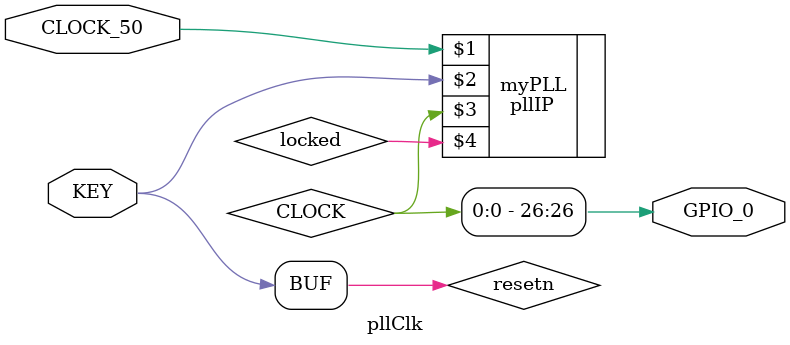
<source format=v>
module pllClk(CLOCK_50, KEY, GPIO_0);
	input CLOCK_50;
	input [0:0] KEY; //use KEY0 as resetn
	output [27:0]GPIO_0;
	wire locked;
	
	wire CLOCK;
	wire resetn;
	
	assign resetn = KEY[0];
	pllIP myPLL (
		CLOCK_50,   //  refclk.clk
		resetn,      //   reset.reset
		CLOCK, // outclk0.clk
		locked    //  locked.export
	);
	assign GPIO_0[26] = CLOCK;
endmodule

</source>
